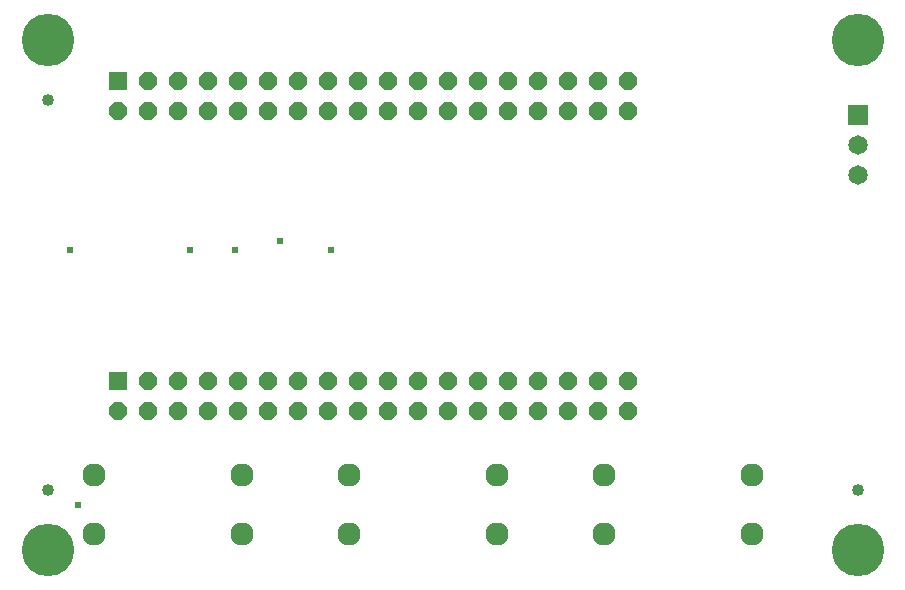
<source format=gbr>
G04 EAGLE Gerber RS-274X export*
G75*
%MOMM*%
%FSLAX34Y34*%
%LPD*%
%INBottom Copper*%
%IPPOS*%
%AMOC8*
5,1,8,0,0,1.08239X$1,22.5*%
G01*
%ADD10R,1.524000X1.524000*%
%ADD11P,1.649562X8X22.500000*%
%ADD12R,1.651000X1.651000*%
%ADD13C,1.651000*%
%ADD14C,1.960000*%
%ADD15C,4.445000*%
%ADD16C,1.016000*%
%ADD17C,0.609600*%


D10*
X97200Y434600D03*
D11*
X97200Y409200D03*
X122600Y434600D03*
X122600Y409200D03*
X148000Y434600D03*
X148000Y409200D03*
X173400Y434600D03*
X173400Y409200D03*
X198800Y434600D03*
X198800Y409200D03*
X224200Y434600D03*
X224200Y409200D03*
X249600Y434600D03*
X249600Y409200D03*
X275000Y434600D03*
X275000Y409200D03*
X300400Y434600D03*
X300400Y409200D03*
X325800Y434600D03*
X325800Y409200D03*
X351200Y434600D03*
X351200Y409200D03*
X376600Y434600D03*
X376600Y409200D03*
X402000Y434600D03*
X402000Y409200D03*
X427400Y434600D03*
X427400Y409200D03*
X452800Y434600D03*
X452800Y409200D03*
X478200Y434600D03*
X478200Y409200D03*
X503600Y434600D03*
X503600Y409200D03*
X529000Y434600D03*
X529000Y409200D03*
D10*
X97200Y180600D03*
D11*
X97200Y155200D03*
X122600Y180600D03*
X122600Y155200D03*
X148000Y180600D03*
X148000Y155200D03*
X173400Y180600D03*
X173400Y155200D03*
X198800Y180600D03*
X198800Y155200D03*
X224200Y180600D03*
X224200Y155200D03*
X249600Y180600D03*
X249600Y155200D03*
X275000Y180600D03*
X275000Y155200D03*
X300400Y180600D03*
X300400Y155200D03*
X325800Y180600D03*
X325800Y155200D03*
X351200Y180600D03*
X351200Y155200D03*
X376600Y180600D03*
X376600Y155200D03*
X402000Y180600D03*
X402000Y155200D03*
X427400Y180600D03*
X427400Y155200D03*
X452800Y180600D03*
X452800Y155200D03*
X478200Y180600D03*
X478200Y155200D03*
X503600Y180600D03*
X503600Y155200D03*
X529000Y180600D03*
X529000Y155200D03*
D12*
X723900Y406400D03*
D13*
X723900Y381000D03*
X723900Y355600D03*
D14*
X202200Y101200D03*
X202200Y51200D03*
X77200Y51200D03*
X77200Y101200D03*
X418100Y101200D03*
X418100Y51200D03*
X293100Y51200D03*
X293100Y101200D03*
X634000Y101200D03*
X634000Y51200D03*
X509000Y51200D03*
X509000Y101200D03*
D15*
X38100Y38100D03*
X723900Y38100D03*
X723900Y469900D03*
X38100Y469900D03*
D16*
X38100Y88900D03*
X38100Y419100D03*
X723900Y88900D03*
D17*
X63500Y76200D03*
X278130Y292100D03*
X234950Y299720D03*
X196850Y292100D03*
X158750Y292100D03*
X57150Y292100D03*
M02*

</source>
